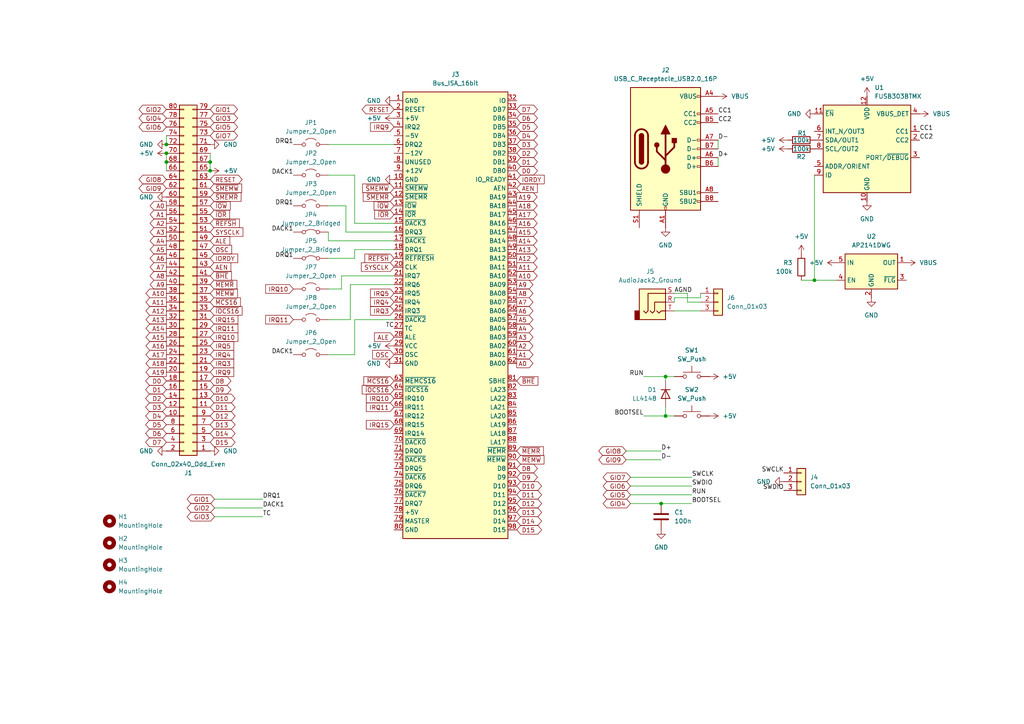
<source format=kicad_sch>
(kicad_sch (version 20231120) (generator "eeschema") (generator_version "8.0")
  (paper "A4")
  (junction (at 236.22 81.28))
  (junction (at 48.26 44.45))
  (junction (at 60.96 49.53))
  (junction (at 60.96 46.99))
  (junction (at 48.26 46.99))
  (junction (at 193.04 109.22))
  (junction (at 193.04 120.65))
  (junction (at 191.77 146.05))
  (junction (at 48.26 41.91))
  (wire (pts (xy 186.69 109.22) (xy 193.04 109.22)))
  (wire (pts (xy 114.3 67.31) (xy 100.33 67.31)))
  (wire (pts (xy 95.25 83.82) (xy 99.06 83.82)))
  (wire (pts (xy 236.22 81.28) (xy 242.57 81.28)))
  (wire (pts (xy 95.25 102.87) (xy 102.87 102.87)))
  (wire (pts (xy 102.87 50.8) (xy 95.25 50.8)))
  (wire (pts (xy 114.3 72.39) (xy 102.87 72.39)))
  (wire (pts (xy 182.88 138.43) (xy 200.66 138.43)))
  (wire (pts (xy 236.22 50.8) (xy 236.22 81.28)))
  (wire (pts (xy 102.87 72.39) (xy 102.87 74.93)))
  (wire (pts (xy 114.3 69.85) (xy 95.25 69.85)))
  (wire (pts (xy 195.58 86.36) (xy 203.2 86.36)))
  (wire (pts (xy 102.87 102.87) (xy 102.87 92.71)))
  (wire (pts (xy 102.87 92.71) (xy 114.3 92.71)))
  (wire (pts (xy 114.3 64.77) (xy 102.87 64.77)))
  (wire (pts (xy 182.88 143.51) (xy 200.66 143.51)))
  (wire (pts (xy 102.87 64.77) (xy 102.87 50.8)))
  (wire (pts (xy 100.33 67.31) (xy 100.33 59.69)))
  (wire (pts (xy 193.04 109.22) (xy 195.58 109.22)))
  (wire (pts (xy 95.25 69.85) (xy 95.25 67.31)))
  (wire (pts (xy 95.25 74.93) (xy 102.87 74.93)))
  (wire (pts (xy 195.58 90.17) (xy 203.2 90.17)))
  (wire (pts (xy 191.77 146.05) (xy 200.66 146.05)))
  (wire (pts (xy 199.39 85.09) (xy 199.39 87.63)))
  (wire (pts (xy 48.26 44.45) (xy 48.26 46.99)))
  (wire (pts (xy 195.58 85.09) (xy 199.39 85.09)))
  (wire (pts (xy 181.61 133.35) (xy 191.77 133.35)))
  (wire (pts (xy 99.06 80.01) (xy 114.3 80.01)))
  (wire (pts (xy 101.6 82.55) (xy 114.3 82.55)))
  (wire (pts (xy 208.28 40.64) (xy 208.28 43.18)))
  (wire (pts (xy 182.88 140.97) (xy 200.66 140.97)))
  (wire (pts (xy 199.39 87.63) (xy 203.2 87.63)))
  (wire (pts (xy 99.06 83.82) (xy 99.06 80.01)))
  (wire (pts (xy 193.04 118.11) (xy 193.04 120.65)))
  (wire (pts (xy 95.25 92.71) (xy 101.6 92.71)))
  (wire (pts (xy 181.61 130.81) (xy 191.77 130.81)))
  (wire (pts (xy 208.28 45.72) (xy 208.28 48.26)))
  (wire (pts (xy 62.23 149.86) (xy 76.2 149.86)))
  (wire (pts (xy 193.04 109.22) (xy 193.04 110.49)))
  (wire (pts (xy 60.96 44.45) (xy 60.96 46.99)))
  (wire (pts (xy 48.26 39.37) (xy 48.26 41.91)))
  (wire (pts (xy 182.88 146.05) (xy 191.77 146.05)))
  (wire (pts (xy 195.58 87.63) (xy 195.58 86.36)))
  (wire (pts (xy 95.25 41.91) (xy 114.3 41.91)))
  (wire (pts (xy 186.69 120.65) (xy 193.04 120.65)))
  (wire (pts (xy 101.6 92.71) (xy 101.6 82.55)))
  (wire (pts (xy 62.23 147.32) (xy 76.2 147.32)))
  (wire (pts (xy 62.23 144.78) (xy 76.2 144.78)))
  (wire (pts (xy 193.04 120.65) (xy 195.58 120.65)))
  (wire (pts (xy 100.33 59.69) (xy 95.25 59.69)))
  (wire (pts (xy 203.2 86.36) (xy 203.2 85.09)))
  (wire (pts (xy 60.96 46.99) (xy 60.96 49.53)))
  (wire (pts (xy 232.41 81.28) (xy 236.22 81.28)))
  (wire (pts (xy 48.26 46.99) (xy 48.26 49.53)))
  (label "SWDIO" (at 200.66 140.97 0))
  (label "CC1" (at 266.7 38.1 0))
  (label "DRQ1" (at 76.2 144.78 0))
  (label "DRQ1" (at 85.09 41.91 180))
  (label "DRQ1" (at 85.09 59.69 180))
  (label "D-" (at 208.28 40.64 0))
  (label "RUN" (at 186.69 109.22 180))
  (label "RUN" (at 200.66 143.51 0))
  (label "AGND" (at 195.58 85.09 0))
  (label "DACK1" (at 85.09 67.31 180))
  (label "SWDIO" (at 227.33 142.24 180))
  (label "D+" (at 191.77 130.81 0))
  (label "TC" (at 114.3 95.25 180))
  (label "BOOTSEL" (at 200.66 146.05 0))
  (label "CC2" (at 208.28 35.56 0))
  (label "BOOTSEL" (at 186.69 120.65 180))
  (label "SWCLK" (at 227.33 137.16 180))
  (label "DACK1" (at 85.09 50.8 180))
  (label "TC" (at 76.2 149.86 0))
  (label "SWCLK" (at 200.66 138.43 0))
  (label "D+" (at 208.28 45.72 0))
  (label "DRQ1" (at 85.09 74.93 180))
  (label "DACK1" (at 76.2 147.32 0))
  (label "DACK1" (at 85.09 102.87 180))
  (label "D-" (at 191.77 133.35 0))
  (label "CC1" (at 208.28 33.02 0))
  (label "CC2" (at 266.7 40.64 0))
  (global_label "~{IOR}" (shape input) (at 114.3 62.23 180) (property "Intersheetrefs" "${INTERSHEET_REFS}" (effects (hide yes))))
  (global_label "A4" (shape output) (at 48.26 69.85 180) (property "Intersheetrefs" "${INTERSHEET_REFS}" (effects (hide yes))))
  (global_label "IRQ10" (shape input) (at 60.96 97.79 0) (property "Intersheetrefs" "${INTERSHEET_REFS}" (effects (hide yes))))
  (global_label "D8" (shape bidirectional) (at 60.96 110.49 0) (property "Intersheetrefs" "${INTERSHEET_REFS}" (effects (hide yes))))
  (global_label "GIO7" (shape bidirectional) (at 60.96 39.37 0) (property "Intersheetrefs" "${INTERSHEET_REFS}" (effects (hide yes))))
  (global_label "A12" (shape output) (at 149.86 74.93 0) (property "Intersheetrefs" "${INTERSHEET_REFS}" (effects (hide yes))))
  (global_label "ALE" (shape input) (at 114.3 97.79 180) (property "Intersheetrefs" "${INTERSHEET_REFS}" (effects (hide yes))))
  (global_label "D9" (shape bidirectional) (at 60.96 113.03 0) (property "Intersheetrefs" "${INTERSHEET_REFS}" (effects (hide yes))))
  (global_label "A7" (shape output) (at 48.26 77.47 180) (property "Intersheetrefs" "${INTERSHEET_REFS}" (effects (hide yes))))
  (global_label "IORDY" (shape input) (at 60.96 74.93 0) (property "Intersheetrefs" "${INTERSHEET_REFS}" (effects (hide yes))))
  (global_label "AEN" (shape input) (at 60.96 77.47 0) (property "Intersheetrefs" "${INTERSHEET_REFS}" (effects (hide yes))))
  (global_label "A1" (shape output) (at 48.26 62.23 180) (property "Intersheetrefs" "${INTERSHEET_REFS}" (effects (hide yes))))
  (global_label "A5" (shape output) (at 149.86 92.71 0) (property "Intersheetrefs" "${INTERSHEET_REFS}" (effects (hide yes))))
  (global_label "IORDY" (shape input) (at 149.86 52.07 0) (property "Intersheetrefs" "${INTERSHEET_REFS}" (effects (hide yes))))
  (global_label "D15" (shape bidirectional) (at 149.86 153.67 0) (property "Intersheetrefs" "${INTERSHEET_REFS}" (effects (hide yes))))
  (global_label "D10" (shape bidirectional) (at 60.96 115.57 0) (property "Intersheetrefs" "${INTERSHEET_REFS}" (effects (hide yes))))
  (global_label "GIO4" (shape bidirectional) (at 182.88 146.05 180) (property "Intersheetrefs" "${INTERSHEET_REFS}" (effects (hide yes))))
  (global_label "D1" (shape bidirectional) (at 149.86 46.99 0) (property "Intersheetrefs" "${INTERSHEET_REFS}" (effects (hide yes))))
  (global_label "A19" (shape output) (at 48.26 107.95 180) (property "Intersheetrefs" "${INTERSHEET_REFS}" (effects (hide yes))))
  (global_label "D0" (shape bidirectional) (at 149.86 49.53 0) (property "Intersheetrefs" "${INTERSHEET_REFS}" (effects (hide yes))))
  (global_label "GIO6" (shape bidirectional) (at 182.88 140.97 180) (property "Intersheetrefs" "${INTERSHEET_REFS}" (effects (hide yes))))
  (global_label "IRQ10" (shape input) (at 114.3 115.57 180) (property "Intersheetrefs" "${INTERSHEET_REFS}" (effects (hide yes))))
  (global_label "GIO9" (shape bidirectional) (at 48.26 54.61 180) (property "Intersheetrefs" "${INTERSHEET_REFS}" (effects (hide yes))))
  (global_label "GIO5" (shape bidirectional) (at 60.96 36.83 0) (property "Intersheetrefs" "${INTERSHEET_REFS}" (effects (hide yes))))
  (global_label "~{IOCS16}" (shape input) (at 114.3 113.03 180) (property "Intersheetrefs" "${INTERSHEET_REFS}" (effects (hide yes))))
  (global_label "D12" (shape bidirectional) (at 60.96 120.65 0) (property "Intersheetrefs" "${INTERSHEET_REFS}" (effects (hide yes))))
  (global_label "GIO8" (shape bidirectional) (at 181.61 130.81 180) (property "Intersheetrefs" "${INTERSHEET_REFS}" (effects (hide yes))))
  (global_label "A13" (shape output) (at 149.86 72.39 0) (property "Intersheetrefs" "${INTERSHEET_REFS}" (effects (hide yes))))
  (global_label "~{IOW}" (shape input) (at 60.96 59.69 0) (property "Intersheetrefs" "${INTERSHEET_REFS}" (effects (hide yes))))
  (global_label "A12" (shape output) (at 48.26 90.17 180) (property "Intersheetrefs" "${INTERSHEET_REFS}" (effects (hide yes))))
  (global_label "~{MCS16}" (shape input) (at 60.96 87.63 0) (property "Intersheetrefs" "${INTERSHEET_REFS}" (effects (hide yes))))
  (global_label "A2" (shape output) (at 149.86 100.33 0) (property "Intersheetrefs" "${INTERSHEET_REFS}" (effects (hide yes))))
  (global_label "D3" (shape bidirectional) (at 48.26 118.11 180) (property "Intersheetrefs" "${INTERSHEET_REFS}" (effects (hide yes))))
  (global_label "A0" (shape output) (at 149.86 105.41 0) (property "Intersheetrefs" "${INTERSHEET_REFS}" (effects (hide yes))))
  (global_label "~{MEMW}" (shape input) (at 60.96 85.09 0) (property "Intersheetrefs" "${INTERSHEET_REFS}" (effects (hide yes))))
  (global_label "IRQ11" (shape input) (at 85.09 92.71 180) (property "Intersheetrefs" "${INTERSHEET_REFS}" (effects (hide yes))))
  (global_label "A3" (shape output) (at 48.26 67.31 180) (property "Intersheetrefs" "${INTERSHEET_REFS}" (effects (hide yes))))
  (global_label "A16" (shape output) (at 48.26 100.33 180) (property "Intersheetrefs" "${INTERSHEET_REFS}" (effects (hide yes))))
  (global_label "A16" (shape output) (at 149.86 64.77 0) (property "Intersheetrefs" "${INTERSHEET_REFS}" (effects (hide yes))))
  (global_label "GIO8" (shape bidirectional) (at 48.26 52.07 180) (property "Intersheetrefs" "${INTERSHEET_REFS}" (effects (hide yes))))
  (global_label "A2" (shape output) (at 48.26 64.77 180) (property "Intersheetrefs" "${INTERSHEET_REFS}" (effects (hide yes))))
  (global_label "D14" (shape bidirectional) (at 60.96 125.73 0) (property "Intersheetrefs" "${INTERSHEET_REFS}" (effects (hide yes))))
  (global_label "IRQ5" (shape input) (at 114.3 85.09 180) (property "Intersheetrefs" "${INTERSHEET_REFS}" (effects (hide yes))))
  (global_label "GIO2" (shape bidirectional) (at 48.26 31.75 180) (property "Intersheetrefs" "${INTERSHEET_REFS}" (effects (hide yes))))
  (global_label "~{REFSH}" (shape input) (at 114.3 74.93 180) (property "Intersheetrefs" "${INTERSHEET_REFS}" (effects (hide yes))))
  (global_label "GIO2" (shape bidirectional) (at 62.23 147.32 180) (property "Intersheetrefs" "${INTERSHEET_REFS}" (effects (hide yes))))
  (global_label "A4" (shape output) (at 149.86 95.25 0) (property "Intersheetrefs" "${INTERSHEET_REFS}" (effects (hide yes))))
  (global_label "GIO6" (shape bidirectional) (at 48.26 36.83 180) (property "Intersheetrefs" "${INTERSHEET_REFS}" (effects (hide yes))))
  (global_label "~{REFSH}" (shape input) (at 60.96 64.77 0) (property "Intersheetrefs" "${INTERSHEET_REFS}" (effects (hide yes))))
  (global_label "D4" (shape bidirectional) (at 48.26 120.65 180) (property "Intersheetrefs" "${INTERSHEET_REFS}" (effects (hide yes))))
  (global_label "D5" (shape bidirectional) (at 48.26 123.19 180) (property "Intersheetrefs" "${INTERSHEET_REFS}" (effects (hide yes))))
  (global_label "GIO1" (shape bidirectional) (at 62.23 144.78 180) (property "Intersheetrefs" "${INTERSHEET_REFS}" (effects (hide yes))))
  (global_label "A8" (shape output) (at 48.26 80.01 180) (property "Intersheetrefs" "${INTERSHEET_REFS}" (effects (hide yes))))
  (global_label "IRQ4" (shape input) (at 60.96 102.87 0) (property "Intersheetrefs" "${INTERSHEET_REFS}" (effects (hide yes))))
  (global_label "IRQ3" (shape input) (at 114.3 90.17 180) (property "Intersheetrefs" "${INTERSHEET_REFS}" (effects (hide yes))))
  (global_label "~{SMEMW}" (shape input) (at 60.96 54.61 0) (property "Intersheetrefs" "${INTERSHEET_REFS}" (effects (hide yes))))
  (global_label "IRQ11" (shape input) (at 114.3 118.11 180) (property "Intersheetrefs" "${INTERSHEET_REFS}" (effects (hide yes))))
  (global_label "D3" (shape bidirectional) (at 149.86 41.91 0) (property "Intersheetrefs" "${INTERSHEET_REFS}" (effects (hide yes))))
  (global_label "A18" (shape output) (at 48.26 105.41 180) (property "Intersheetrefs" "${INTERSHEET_REFS}" (effects (hide yes))))
  (global_label "D12" (shape bidirectional) (at 149.86 146.05 0) (property "Intersheetrefs" "${INTERSHEET_REFS}" (effects (hide yes))))
  (global_label "A5" (shape output) (at 48.26 72.39 180) (property "Intersheetrefs" "${INTERSHEET_REFS}" (effects (hide yes))))
  (global_label "A15" (shape output) (at 149.86 67.31 0) (property "Intersheetrefs" "${INTERSHEET_REFS}" (effects (hide yes))))
  (global_label "GIO1" (shape bidirectional) (at 60.96 31.75 0) (property "Intersheetrefs" "${INTERSHEET_REFS}" (effects (hide yes))))
  (global_label "IRQ5" (shape input) (at 60.96 100.33 0) (property "Intersheetrefs" "${INTERSHEET_REFS}" (effects (hide yes))))
  (global_label "D13" (shape bidirectional) (at 149.86 148.59 0) (property "Intersheetrefs" "${INTERSHEET_REFS}" (effects (hide yes))))
  (global_label "SYSCLK" (shape input) (at 60.96 67.31 0) (property "Intersheetrefs" "${INTERSHEET_REFS}" (effects (hide yes))))
  (global_label "GIO3" (shape bidirectional) (at 62.23 149.86 180) (property "Intersheetrefs" "${INTERSHEET_REFS}" (effects (hide yes))))
  (global_label "D4" (shape bidirectional) (at 149.86 39.37 0) (property "Intersheetrefs" "${INTERSHEET_REFS}" (effects (hide yes))))
  (global_label "D6" (shape bidirectional) (at 48.26 125.73 180) (property "Intersheetrefs" "${INTERSHEET_REFS}" (effects (hide yes))))
  (global_label "~{MEMW}" (shape input) (at 149.86 133.35 0) (property "Intersheetrefs" "${INTERSHEET_REFS}" (effects (hide yes))))
  (global_label "A3" (shape output) (at 149.86 97.79 0) (property "Intersheetrefs" "${INTERSHEET_REFS}" (effects (hide yes))))
  (global_label "D14" (shape bidirectional) (at 149.86 151.13 0) (property "Intersheetrefs" "${INTERSHEET_REFS}" (effects (hide yes))))
  (global_label "~{IOCS16}" (shape input) (at 60.96 90.17 0) (property "Intersheetrefs" "${INTERSHEET_REFS}" (effects (hide yes))))
  (global_label "IRQ10" (shape input) (at 85.09 83.82 180) (property "Intersheetrefs" "${INTERSHEET_REFS}" (effects (hide yes))))
  (global_label "~{IOW}" (shape input) (at 114.3 59.69 180) (property "Intersheetrefs" "${INTERSHEET_REFS}" (effects (hide yes))))
  (global_label "GIO5" (shape bidirectional) (at 182.88 143.51 180) (property "Intersheetrefs" "${INTERSHEET_REFS}" (effects (hide yes))))
  (global_label "D11" (shape bidirectional) (at 60.96 118.11 0) (property "Intersheetrefs" "${INTERSHEET_REFS}" (effects (hide yes))))
  (global_label "A19" (shape output) (at 149.86 57.15 0) (property "Intersheetrefs" "${INTERSHEET_REFS}" (effects (hide yes))))
  (global_label "D9" (shape bidirectional) (at 149.86 138.43 0) (property "Intersheetrefs" "${INTERSHEET_REFS}" (effects (hide yes))))
  (global_label "~{MEMR}" (shape input) (at 60.96 82.55 0) (property "Intersheetrefs" "${INTERSHEET_REFS}" (effects (hide yes))))
  (global_label "AEN" (shape input) (at 149.86 54.61 0) (property "Intersheetrefs" "${INTERSHEET_REFS}" (effects (hide yes))))
  (global_label "A0" (shape output) (at 48.26 59.69 180) (property "Intersheetrefs" "${INTERSHEET_REFS}" (effects (hide yes))))
  (global_label "D11" (shape bidirectional) (at 149.86 143.51 0) (property "Intersheetrefs" "${INTERSHEET_REFS}" (effects (hide yes))))
  (global_label "D13" (shape bidirectional) (at 60.96 123.19 0) (property "Intersheetrefs" "${INTERSHEET_REFS}" (effects (hide yes))))
  (global_label "IRQ3" (shape input) (at 60.96 105.41 0) (property "Intersheetrefs" "${INTERSHEET_REFS}" (effects (hide yes))))
  (global_label "A10" (shape output) (at 48.26 85.09 180) (property "Intersheetrefs" "${INTERSHEET_REFS}" (effects (hide yes))))
  (global_label "D7" (shape bidirectional) (at 48.26 128.27 180) (property "Intersheetrefs" "${INTERSHEET_REFS}" (effects (hide yes))))
  (global_label "A7" (shape output) (at 149.86 87.63 0) (property "Intersheetrefs" "${INTERSHEET_REFS}" (effects (hide yes))))
  (global_label "A11" (shape output) (at 48.26 87.63 180) (property "Intersheetrefs" "${INTERSHEET_REFS}" (effects (hide yes))))
  (global_label "D2" (shape bidirectional) (at 149.86 44.45 0) (property "Intersheetrefs" "${INTERSHEET_REFS}" (effects (hide yes))))
  (global_label "GIO3" (shape bidirectional) (at 60.96 34.29 0) (property "Intersheetrefs" "${INTERSHEET_REFS}" (effects (hide yes))))
  (global_label "A9" (shape output) (at 48.26 82.55 180) (property "Intersheetrefs" "${INTERSHEET_REFS}" (effects (hide yes))))
  (global_label "SYSCLK" (shape input) (at 114.3 77.47 180) (property "Intersheetrefs" "${INTERSHEET_REFS}" (effects (hide yes))))
  (global_label "GIO7" (shape bidirectional) (at 182.88 138.43 180) (property "Intersheetrefs" "${INTERSHEET_REFS}" (effects (hide yes))))
  (global_label "IRQ11" (shape input) (at 60.96 95.25 0) (property "Intersheetrefs" "${INTERSHEET_REFS}" (effects (hide yes))))
  (global_label "A14" (shape output) (at 149.86 69.85 0) (property "Intersheetrefs" "${INTERSHEET_REFS}" (effects (hide yes))))
  (global_label "D8" (shape bidirectional) (at 149.86 135.89 0) (property "Intersheetrefs" "${INTERSHEET_REFS}" (effects (hide yes))))
  (global_label "A6" (shape output) (at 149.86 90.17 0) (property "Intersheetrefs" "${INTERSHEET_REFS}" (effects (hide yes))))
  (global_label "IRQ15" (shape input) (at 114.3 123.19 180) (property "Intersheetrefs" "${INTERSHEET_REFS}" (effects (hide yes))))
  (global_label "~{MEMR}" (shape input) (at 149.86 130.81 0) (property "Intersheetrefs" "${INTERSHEET_REFS}" (effects (hide yes))))
  (global_label "A14" (shape output) (at 48.26 95.25 180) (property "Intersheetrefs" "${INTERSHEET_REFS}" (effects (hide yes))))
  (global_label "OSC" (shape input) (at 60.96 72.39 0) (property "Intersheetrefs" "${INTERSHEET_REFS}" (effects (hide yes))))
  (global_label "D5" (shape bidirectional) (at 149.86 36.83 0) (property "Intersheetrefs" "${INTERSHEET_REFS}" (effects (hide yes))))
  (global_label "~{BHE}" (shape input) (at 60.96 80.01 0) (property "Intersheetrefs" "${INTERSHEET_REFS}" (effects (hide yes))))
  (global_label "A17" (shape output) (at 149.86 62.23 0) (property "Intersheetrefs" "${INTERSHEET_REFS}" (effects (hide yes))))
  (global_label "A11" (shape output) (at 149.86 77.47 0) (property "Intersheetrefs" "${INTERSHEET_REFS}" (effects (hide yes))))
  (global_label "~{BHE}" (shape input) (at 149.86 110.49 0) (property "Intersheetrefs" "${INTERSHEET_REFS}" (effects (hide yes))))
  (global_label "A1" (shape output) (at 149.86 102.87 0) (property "Intersheetrefs" "${INTERSHEET_REFS}" (effects (hide yes))))
  (global_label "~{MCS16}" (shape input) (at 114.3 110.49 180) (property "Intersheetrefs" "${INTERSHEET_REFS}" (effects (hide yes))))
  (global_label "IRQ15" (shape input) (at 60.96 92.71 0) (property "Intersheetrefs" "${INTERSHEET_REFS}" (effects (hide yes))))
  (global_label "IRQ9" (shape input) (at 114.3 36.83 180) (property "Intersheetrefs" "${INTERSHEET_REFS}" (effects (hide yes))))
  (global_label "IRQ9" (shape input) (at 60.96 107.95 0) (property "Intersheetrefs" "${INTERSHEET_REFS}" (effects (hide yes))))
  (global_label "GIO9" (shape bidirectional) (at 181.61 133.35 180) (property "Intersheetrefs" "${INTERSHEET_REFS}" (effects (hide yes))))
  (global_label "A10" (shape output) (at 149.86 80.01 0) (property "Intersheetrefs" "${INTERSHEET_REFS}" (effects (hide yes))))
  (global_label "RESET" (shape bidirectional) (at 114.3 31.75 180) (property "Intersheetrefs" "${INTERSHEET_REFS}" (effects (hide yes))))
  (global_label "D7" (shape bidirectional) (at 149.86 31.75 0) (property "Intersheetrefs" "${INTERSHEET_REFS}" (effects (hide yes))))
  (global_label "~{SMEMR}" (shape input) (at 60.96 57.15 0) (property "Intersheetrefs" "${INTERSHEET_REFS}" (effects (hide yes))))
  (global_label "~{IOR}" (shape input) (at 60.96 62.23 0) (property "Intersheetrefs" "${INTERSHEET_REFS}" (effects (hide yes))))
  (global_label "IRQ4" (shape input) (at 114.3 87.63 180) (property "Intersheetrefs" "${INTERSHEET_REFS}" (effects (hide yes))))
  (global_label "~{SMEMW}" (shape input) (at 114.3 54.61 180) (property "Intersheetrefs" "${INTERSHEET_REFS}" (effects (hide yes))))
  (global_label "D10" (shape bidirectional) (at 149.86 140.97 0) (property "Intersheetrefs" "${INTERSHEET_REFS}" (effects (hide yes))))
  (global_label "D6" (shape bidirectional) (at 149.86 34.29 0) (property "Intersheetrefs" "${INTERSHEET_REFS}" (effects (hide yes))))
  (global_label "D1" (shape bidirectional) (at 48.26 113.03 180) (property "Intersheetrefs" "${INTERSHEET_REFS}" (effects (hide yes))))
  (global_label "ALE" (shape input) (at 60.96 69.85 0) (property "Intersheetrefs" "${INTERSHEET_REFS}" (effects (hide yes))))
  (global_label "A15" (shape output) (at 48.26 97.79 180) (property "Intersheetrefs" "${INTERSHEET_REFS}" (effects (hide yes))))
  (global_label "A18" (shape output) (at 149.86 59.69 0) (property "Intersheetrefs" "${INTERSHEET_REFS}" (effects (hide yes))))
  (global_label "RESET" (shape bidirectional) (at 60.96 52.07 0) (property "Intersheetrefs" "${INTERSHEET_REFS}" (effects (hide yes))))
  (global_label "A13" (shape output) (at 48.26 92.71 180) (property "Intersheetrefs" "${INTERSHEET_REFS}" (effects (hide yes))))
  (global_label "~{SMEMR}" (shape input) (at 114.3 57.15 180) (property "Intersheetrefs" "${INTERSHEET_REFS}" (effects (hide yes))))
  (global_label "GIO4" (shape bidirectional) (at 48.26 34.29 180) (property "Intersheetrefs" "${INTERSHEET_REFS}" (effects (hide yes))))
  (global_label "D2" (shape bidirectional) (at 48.26 115.57 180) (property "Intersheetrefs" "${INTERSHEET_REFS}" (effects (hide yes))))
  (global_label "A6" (shape output) (at 48.26 74.93 180) (property "Intersheetrefs" "${INTERSHEET_REFS}" (effects (hide yes))))
  (global_label "OSC" (shape input) (at 114.3 102.87 180) (property "Intersheetrefs" "${INTERSHEET_REFS}" (effects (hide yes))))
  (global_label "A9" (shape output) (at 149.86 82.55 0) (property "Intersheetrefs" "${INTERSHEET_REFS}" (effects (hide yes))))
  (global_label "D0" (shape bidirectional) (at 48.26 110.49 180) (property "Intersheetrefs" "${INTERSHEET_REFS}" (effects (hide yes))))
  (global_label "A17" (shape output) (at 48.26 102.87 180) (property "Intersheetrefs" "${INTERSHEET_REFS}" (effects (hide yes))))
  (global_label "A8" (shape output) (at 149.86 85.09 0) (property "Intersheetrefs" "${INTERSHEET_REFS}" (effects (hide yes))))
  (global_label "D15" (shape bidirectional) (at 60.96 128.27 0) (property "Intersheetrefs" "${INTERSHEET_REFS}" (effects (hide yes))))
  (symbol (lib_id "Jumper:Jumper_2_Open") (at 90.17 92.71 0) (unit 1) (exclude_from_sim yes)
    (property "Reference" "JP8" (at 90.17 86.36 0))
    (property "Value" "Jumper_2_Open" (at 90.17 88.9 0))
    (property "Footprint" "Jumper:SolderJumper-2_P1.3mm_Open_TrianglePad1.0x1.5mm" (effects (hide yes)))
    (property "Description" "Jumper, 2-pole, open" (effects (hide yes)))
  )
  (symbol (lib_id "power:+5V") (at 242.57 76.2 90) (unit 1)
    (property "Reference" "#PWR012" (effects (hide yes)))
    (property "Value" "+5V" (at 238.76 76.1999 90) (effects (justify left)))
    (property "Description" "Power symbol creates a global label with name \"+5V\"" (effects (hide yes)))
  )
  (symbol (lib_id "Jumper:Jumper_2_Open") (at 90.17 59.69 0) (mirror y) (unit 1) (exclude_from_sim yes)
    (property "Reference" "JP3" (at 90.17 53.34 0))
    (property "Value" "Jumper_2_Open" (at 90.17 55.88 0))
    (property "Footprint" "Connector_PinHeader_2.54mm:PinHeader_2x01_P2.54mm_Vertical" (effects (hide yes)))
    (property "Description" "Jumper, 2-pole, open" (effects (hide yes)))
  )
  (symbol (lib_id "Interface_USB:FUSB303BTMX") (at 251.46 43.18 0) (unit 1)
    (property "Reference" "U1" (at 253.6541 25.4 0) (effects (justify left)))
    (property "Value" "FUSB303BTMX" (at 253.6541 27.94 0) (effects (justify left)))
    (property "Footprint" "Package_DFN_QFN:Texas_X2QFN-12_1.6x1.6mm_P0.4mm" (effects (hide yes)))
    (property "Datasheet" "https://www.onsemi.com/pdf/datasheet/fusb303b-d.pdf" (effects (hide yes)))
    (property "Description" "USB Type-C port controller with I2C and GPIO control, X2QFN-12" (effects (hide yes)))
  )
  (symbol (lib_id "power:+5V") (at 228.6 43.18 90) (unit 1)
    (property "Reference" "#PWR013" (effects (hide yes)))
    (property "Value" "+5V" (at 224.79 43.1799 90) (effects (justify left)))
    (property "Description" "Power symbol creates a global label with name \"+5V\"" (effects (hide yes)))
  )
  (symbol (lib_id "power:GND") (at 236.22 33.02 270) (unit 1)
    (property "Reference" "#PWR010" (effects (hide yes)))
    (property "Value" "GND" (at 232.41 33.0199 90) (effects (justify right)))
    (property "Description" "Power symbol creates a global label with name \"GND\" , ground" (effects (hide yes)))
  )
  (symbol (lib_id "Connector_Generic:Conn_01x03") (at 232.41 139.7 0) (unit 1)
    (property "Reference" "J4" (at 234.95 138.4299 0) (effects (justify left)))
    (property "Value" "Conn_01x03" (at 234.95 140.9699 0) (effects (justify left)))
    (property "Footprint" "Connector_PinHeader_2.54mm:PinHeader_1x03_P2.54mm_Vertical" (effects (hide yes)))
    (property "Description" "Generic connector, single row, 01x03, script generated (kicad-library-utils/schlib/autogen/connector/)" (effects (hide yes)))
  )
  (symbol (lib_id "power:VBUS") (at 266.7 33.02 270) (unit 1)
    (property "Reference" "#PWR019" (effects (hide yes)))
    (property "Value" "VBUS" (at 270.51 33.0199 90) (effects (justify left)))
    (property "Description" "Power symbol creates a global label with name \"VBUS\"" (effects (hide yes)))
  )
  (symbol (lib_id "Jumper:Jumper_2_Open") (at 90.17 41.91 0) (unit 1) (exclude_from_sim yes)
    (property "Reference" "JP1" (at 90.17 35.56 0))
    (property "Value" "Jumper_2_Open" (at 90.17 38.1 0))
    (property "Footprint" "Connector_PinHeader_2.54mm:PinHeader_2x01_P2.54mm_Vertical" (effects (hide yes)))
    (property "Description" "Jumper, 2-pole, open" (effects (hide yes)))
  )
  (symbol (lib_id "Device:R") (at 232.41 40.64 90) (unit 1)
    (property "Reference" "R1" (at 232.664 38.608 90))
    (property "Value" "100k" (at 232.41 40.64 90))
    (property "Footprint" "Resistor_SMD:R_0402_1005Metric" (effects (hide yes)))
    (property "Description" "Resistor" (effects (hide yes)))
  )
  (symbol (lib_id "power:GND") (at 191.77 153.67 0) (unit 1)
    (property "Reference" "#PWR020" (effects (hide yes)))
    (property "Value" "GND" (at 191.77 158.75 0))
    (property "Description" "Power symbol creates a global label with name \"GND\" , ground" (effects (hide yes)))
  )
  (symbol (lib_id "power:+5V") (at 205.74 109.22 270) (unit 1)
    (property "Reference" "#PWR021" (effects (hide yes)))
    (property "Value" "+5V" (at 209.55 109.2199 90) (effects (justify left)))
    (property "Description" "Power symbol creates a global label with name \"+5V\"" (effects (hide yes)))
  )
  (symbol (lib_id "power:+5V") (at 228.6 40.64 90) (unit 1)
    (property "Reference" "#PWR011" (effects (hide yes)))
    (property "Value" "+5V" (at 224.79 40.6399 90) (effects (justify left)))
    (property "Description" "Power symbol creates a global label with name \"+5V\"" (effects (hide yes)))
  )
  (symbol (lib_id "Jumper:Jumper_2_Bridged") (at 90.17 74.93 0) (unit 1) (exclude_from_sim yes)
    (property "Reference" "JP5" (at 90.17 69.85 0))
    (property "Value" "Jumper_2_Bridged" (at 90.17 72.39 0))
    (property "Footprint" "Connector_PinHeader_2.54mm:PinHeader_2x01_P2.54mm_Vertical" (effects (hide yes)))
    (property "Description" "Jumper, 2-pole, closed/bridged" (effects (hide yes)))
  )
  (symbol (lib_id "Connector_Generic:Conn_01x03") (at 208.28 87.63 0) (unit 1)
    (property "Reference" "J6" (at 210.82 86.3599 0) (effects (justify left)))
    (property "Value" "Conn_01x03" (at 210.82 88.8999 0) (effects (justify left)))
    (property "Footprint" "Connector_Molex:Molex_PicoBlade_53261-0371_1x03-1MP_P1.25mm_Horizontal" (effects (hide yes)))
    (property "Description" "Generic connector, single row, 01x03, script generated (kicad-library-utils/schlib/autogen/connector/)" (effects (hide yes)))
  )
  (symbol (lib_id "Connector_Audio:AudioJack3") (at 190.5 87.63 0) (unit 1)
    (property "Reference" "J5" (at 188.595 78.74 0))
    (property "Value" "AudioJack2_Ground" (at 188.595 81.28 0))
    (property "Footprint" "Connector_Audio:Jack_3.5mm_CUI_SJ1-3523N_Horizontal" (effects (hide yes)))
    (property "Description" "Audio Jack, 3 Poles (Stereo / TRS)" (effects (hide yes)))
  )
  (symbol (lib_id "Mechanical:MountingHole") (at 31.75 170.18 0) (unit 1) (exclude_from_sim yes) (in_bom no)
    (property "Reference" "H4" (at 34.29 168.9099 0) (effects (justify left)))
    (property "Value" "MountingHole" (at 34.29 171.4499 0) (effects (justify left)))
    (property "Footprint" "MountingHole:MountingHole_2.7mm_M2.5_ISO14580_Pad" (effects (hide yes)))
    (property "Description" "Mounting Hole without connection" (effects (hide yes)))
  )
  (symbol (lib_id "Switch:SW_Push") (at 200.66 120.65 0) (unit 1)
    (property "Reference" "SW2" (at 200.66 113.03 0))
    (property "Value" "SW_Push" (at 200.66 115.57 0))
    (property "Footprint" "Button_Switch_THT:SW_Tactile_SKHH_Angled" (effects (hide yes)))
    (property "Description" "Push button switch, generic, two pins" (effects (hide yes)))
  )
  (symbol (lib_id "power:+5V") (at 48.26 44.45 90) (unit 1)
    (property "Reference" "#PWR02" (effects (hide yes)))
    (property "Value" "+5V" (at 44.45 44.4499 90) (effects (justify left)))
    (property "Description" "Power symbol creates a global label with name \"+5V\"" (effects (hide yes)))
  )
  (symbol (lib_id "power:GND") (at 114.3 29.21 270) (unit 1)
    (property "Reference" "#PWR027" (effects (hide yes)))
    (property "Value" "GND" (at 110.49 29.2099 90) (effects (justify right)))
    (property "Description" "Power symbol creates a global label with name \"GND\" , ground" (effects (hide yes)))
  )
  (symbol (lib_id "power:GND") (at 252.73 86.36 0) (unit 1)
    (property "Reference" "#PWR015" (effects (hide yes)))
    (property "Value" "GND" (at 252.73 91.44 0))
    (property "Description" "Power symbol creates a global label with name \"GND\" , ground" (effects (hide yes)))
  )
  (symbol (lib_id "Switch:SW_Push") (at 200.66 109.22 0) (unit 1)
    (property "Reference" "SW1" (at 200.66 101.6 0))
    (property "Value" "SW_Push" (at 200.66 104.14 0))
    (property "Footprint" "Button_Switch_THT:SW_Tactile_SKHH_Angled" (effects (hide yes)))
    (property "Description" "Push button switch, generic, two pins" (effects (hide yes)))
  )
  (symbol (lib_id "Device:R") (at 232.41 43.18 90) (unit 1)
    (property "Reference" "R2" (at 232.41 45.466 90))
    (property "Value" "100k" (at 232.41 43.18 90))
    (property "Footprint" "Resistor_SMD:R_0402_1005Metric" (effects (hide yes)))
    (property "Description" "Resistor" (effects (hide yes)))
  )
  (symbol (lib_id "power:VBUS") (at 208.28 27.94 270) (unit 1)
    (property "Reference" "#PWR017" (effects (hide yes)))
    (property "Value" "VBUS" (at 212.09 27.9399 90) (effects (justify left)))
    (property "Description" "Power symbol creates a global label with name \"VBUS\"" (effects (hide yes)))
  )
  (symbol (lib_id "power:GND") (at 227.33 139.7 270) (unit 1)
    (property "Reference" "#PWR025" (effects (hide yes)))
    (property "Value" "GND" (at 223.52 139.6999 90) (effects (justify right)))
    (property "Description" "Power symbol creates a global label with name \"GND\" , ground" (effects (hide yes)))
  )
  (symbol (lib_id "power:+5V") (at 205.74 120.65 270) (unit 1)
    (property "Reference" "#PWR022" (effects (hide yes)))
    (property "Value" "+5V" (at 209.55 120.6499 90) (effects (justify left)))
    (property "Description" "Power symbol creates a global label with name \"+5V\"" (effects (hide yes)))
  )
  (symbol (lib_id "power:GND") (at 114.3 105.41 270) (unit 1)
    (property "Reference" "#PWR024" (effects (hide yes)))
    (property "Value" "GND" (at 110.49 105.4099 90) (effects (justify right)))
    (property "Description" "Power symbol creates a global label with name \"GND\" , ground" (effects (hide yes)))
  )
  (symbol (lib_id "Jumper:Jumper_2_Open") (at 90.17 102.87 0) (unit 1) (exclude_from_sim yes)
    (property "Reference" "JP6" (at 90.17 96.52 0))
    (property "Value" "Jumper_2_Open" (at 90.17 99.06 0))
    (property "Footprint" "Connector_PinHeader_2.54mm:PinHeader_2x01_P2.54mm_Vertical" (effects (hide yes)))
    (property "Description" "Jumper, 2-pole, open" (effects (hide yes)))
  )
  (symbol (lib_id "power:+5V") (at 60.96 49.53 270) (unit 1)
    (property "Reference" "#PWR06" (effects (hide yes)))
    (property "Value" "+5V" (at 64.77 49.5299 90) (effects (justify left)))
    (property "Description" "Power symbol creates a global label with name \"+5V\"" (effects (hide yes)))
  )
  (symbol (lib_id "power:GND") (at 60.96 41.91 90) (unit 1)
    (property "Reference" "#PWR05" (effects (hide yes)))
    (property "Value" "GND" (at 64.77 41.9099 90) (effects (justify right)))
    (property "Description" "Power symbol creates a global label with name \"GND\" , ground" (effects (hide yes)))
  )
  (symbol (lib_id "power:GND") (at 48.26 130.81 270) (unit 1)
    (property "Reference" "#PWR04" (effects (hide yes)))
    (property "Value" "GND" (at 44.45 130.8099 90) (effects (justify right)))
    (property "Description" "Power symbol creates a global label with name \"GND\" , ground" (effects (hide yes)))
  )
  (symbol (lib_id "Jumper:Jumper_2_Open") (at 90.17 83.82 0) (unit 1) (exclude_from_sim yes)
    (property "Reference" "JP7" (at 90.17 77.47 0))
    (property "Value" "Jumper_2_Open" (at 90.17 80.01 0))
    (property "Footprint" "Jumper:SolderJumper-2_P1.3mm_Open_TrianglePad1.0x1.5mm" (effects (hide yes)))
    (property "Description" "Jumper, 2-pole, open" (effects (hide yes)))
  )
  (symbol (lib_id "Power_Management:AP2171W") (at 252.73 78.74 0) (unit 1)
    (property "Reference" "U2" (at 252.73 68.58 0))
    (property "Value" "AP2141DWG" (at 252.73 71.12 0))
    (property "Footprint" "Package_TO_SOT_SMD:SOT-23-5" (effects (hide yes)))
    (property "Description" "Current limited power switch, single channel, SOT-23-5" (effects (hide yes)))
  )
  (symbol (lib_id "Connector_Generic:Conn_02x40_Odd_Even") (at 55.88 82.55 180) (unit 1) (in_bom no)
    (property "Reference" "J1" (at 54.61 137.16 0))
    (property "Value" "Conn_02x40_Odd_Even" (at 54.61 134.62 0))
    (property "Description" "Generic connector, double row, 02x40, odd/even pin numbering scheme (row 1 odd numbers, row 2 even numbers), script generated (kicad-library-utils/schlib/autogen/connector/)" (effects (hide yes)))
  )
  (symbol (lib_id "Connector:Bus_ISA_16bit") (at 132.08 92.71 0) (unit 1)
    (property "Reference" "J3" (at 132.08 21.59 0))
    (property "Value" "Bus_ISA_16bit" (at 132.08 24.13 0))
    (property "Footprint" "Connector_PCBEdge:BUS_AT" (effects (hide yes)))
    (property "Datasheet" "https://en.wikipedia.org/wiki/Industry_Standard_Architecture" (effects (hide yes)))
    (property "Description" "16-bit ISA-AT bus connector" (effects (hide yes)))
  )
  (symbol (lib_id "power:+5V") (at 114.3 100.33 90) (unit 1)
    (property "Reference" "#PWR023" (effects (hide yes)))
    (property "Value" "+5V" (at 110.49 100.3299 90) (effects (justify left)))
    (property "Description" "Power symbol creates a global label with name \"+5V\"" (effects (hide yes)))
  )
  (symbol (lib_id "power:GND") (at 60.96 130.81 90) (unit 1)
    (property "Reference" "#PWR07" (effects (hide yes)))
    (property "Value" "GND" (at 64.77 130.8099 90) (effects (justify right)))
    (property "Description" "Power symbol creates a global label with name \"GND\" , ground" (effects (hide yes)))
  )
  (symbol (lib_id "Device:R") (at 232.41 77.47 0) (unit 1)
    (property "Reference" "R3" (at 229.87 76.1999 0) (effects (justify right)))
    (property "Value" "100k" (at 229.87 78.7399 0) (effects (justify right)))
    (property "Footprint" "Resistor_SMD:R_0402_1005Metric" (effects (hide yes)))
    (property "Description" "Resistor" (effects (hide yes)))
  )
  (symbol (lib_id "power:+5V") (at 251.46 27.94 0) (unit 1)
    (property "Reference" "#PWR08" (effects (hide yes)))
    (property "Value" "+5V" (at 251.46 22.86 0))
    (property "Description" "Power symbol creates a global label with name \"+5V\"" (effects (hide yes)))
  )
  (symbol (lib_id "Device:C") (at 191.77 149.86 0) (unit 1)
    (property "Reference" "C1" (at 195.58 148.5899 0) (effects (justify left)))
    (property "Value" "100n" (at 195.58 151.1299 0) (effects (justify left)))
    (property "Footprint" "Capacitor_SMD:C_0805_2012Metric" (effects (hide yes)))
    (property "Description" "Unpolarized capacitor" (effects (hide yes)))
  )
  (symbol (lib_id "Mechanical:MountingHole") (at 31.75 151.13 0) (unit 1) (exclude_from_sim yes) (in_bom no)
    (property "Reference" "H1" (at 34.29 149.8599 0) (effects (justify left)))
    (property "Value" "MountingHole" (at 34.29 152.3999 0) (effects (justify left)))
    (property "Footprint" "MountingHole:MountingHole_2.7mm_M2.5_ISO14580_Pad" (effects (hide yes)))
    (property "Description" "Mounting Hole without connection" (effects (hide yes)))
  )
  (symbol (lib_id "Jumper:Jumper_2_Open") (at 90.17 50.8 0) (unit 1) (exclude_from_sim yes)
    (property "Reference" "JP2" (at 90.17 44.45 0))
    (property "Value" "Jumper_2_Open" (at 90.17 46.99 0))
    (property "Footprint" "Connector_PinHeader_2.54mm:PinHeader_2x01_P2.54mm_Vertical" (effects (hide yes)))
    (property "Description" "Jumper, 2-pole, open" (effects (hide yes)))
  )
  (symbol (lib_id "Mechanical:MountingHole") (at 31.75 163.83 0) (unit 1) (exclude_from_sim yes) (in_bom no)
    (property "Reference" "H3" (at 34.29 162.5599 0) (effects (justify left)))
    (property "Value" "MountingHole" (at 34.29 165.0999 0) (effects (justify left)))
    (property "Footprint" "MountingHole:MountingHole_2.7mm_M2.5_ISO14580_Pad" (effects (hide yes)))
    (property "Description" "Mounting Hole without connection" (effects (hide yes)))
  )
  (symbol (lib_id "power:GND") (at 48.26 41.91 270) (unit 1)
    (property "Reference" "#PWR01" (effects (hide yes)))
    (property "Value" "GND" (at 44.45 41.9099 90) (effects (justify right)))
    (property "Description" "Power symbol creates a global label with name \"GND\" , ground" (effects (hide yes)))
  )
  (symbol (lib_id "power:VBUS") (at 262.89 76.2 270) (unit 1)
    (property "Reference" "#PWR016" (effects (hide yes)))
    (property "Value" "VBUS" (at 266.7 76.1999 90) (effects (justify left)))
    (property "Description" "Power symbol creates a global label with name \"VBUS\"" (effects (hide yes)))
  )
  (symbol (lib_id "power:GND") (at 48.26 57.15 270) (mirror x) (unit 1)
    (property "Reference" "#PWR03" (effects (hide yes)))
    (property "Value" "GND" (at 44.45 57.1499 90) (effects (justify right)))
    (property "Description" "Power symbol creates a global label with name \"GND\" , ground" (effects (hide yes)))
  )
  (symbol (lib_id "Diode:LL4148") (at 193.04 114.3 270) (unit 1)
    (property "Reference" "D1" (at 190.5 113.0299 90) (effects (justify right)))
    (property "Value" "LL4148" (at 190.5 115.5699 90) (effects (justify right)))
    (property "Footprint" "Diode_SMD:D_MiniMELF" (effects (hide yes)))
    (property "Datasheet" "http://www.vishay.com/docs/85557/ll4148.pdf" (effects (hide yes)))
    (property "Description" "100V 0.15A standard switching diode, MiniMELF" (effects (hide yes)))
    (property "Sim.Device" "D" (effects (hide yes)))
    (property "Sim.Pins" "1=K 2=A" (effects (hide yes)))
  )
  (symbol (lib_id "Jumper:Jumper_2_Bridged") (at 90.17 67.31 0) (unit 1) (exclude_from_sim yes)
    (property "Reference" "JP4" (at 90.17 62.23 0))
    (property "Value" "Jumper_2_Bridged" (at 90.17 64.77 0))
    (property "Footprint" "Connector_PinHeader_2.54mm:PinHeader_2x01_P2.54mm_Vertical" (effects (hide yes)))
    (property "Description" "Jumper, 2-pole, closed/bridged" (effects (hide yes)))
  )
  (symbol (lib_id "power:GND") (at 193.04 66.04 0) (unit 1)
    (property "Reference" "#PWR018" (effects (hide yes)))
    (property "Value" "GND" (at 193.04 71.12 0))
    (property "Description" "Power symbol creates a global label with name \"GND\" , ground" (effects (hide yes)))
  )
  (symbol (lib_id "power:GND") (at 114.3 52.07 270) (unit 1)
    (property "Reference" "#PWR028" (effects (hide yes)))
    (property "Value" "GND" (at 110.49 52.0699 90) (effects (justify right)))
    (property "Description" "Power symbol creates a global label with name \"GND\" , ground" (effects (hide yes)))
  )
  (symbol (lib_id "power:+5V") (at 232.41 73.66 0) (unit 1)
    (property "Reference" "#PWR014" (effects (hide yes)))
    (property "Value" "+5V" (at 232.41 68.58 0))
    (property "Description" "Power symbol creates a global label with name \"+5V\"" (effects (hide yes)))
  )
  (symbol (lib_id "Mechanical:MountingHole") (at 31.75 157.48 0) (unit 1) (exclude_from_sim yes) (in_bom no)
    (property "Reference" "H2" (at 34.29 156.2099 0) (effects (justify left)))
    (property "Value" "MountingHole" (at 34.29 158.7499 0) (effects (justify left)))
    (property "Footprint" "MountingHole:MountingHole_2.7mm_M2.5_ISO14580_Pad" (effects (hide yes)))
    (property "Description" "Mounting Hole without connection" (effects (hide yes)))
  )
  (symbol (lib_id "Connector:USB_C_Receptacle_USB2.0_16P") (at 193.04 43.18 0) (unit 1)
    (property "Reference" "J2" (at 193.04 20.32 0))
    (property "Value" "USB_C_Receptacle_USB2.0_16P" (at 193.04 22.86 0))
    (property "Footprint" "Connector_USB:USB_C_Receptacle_G-Switch_GT-USB-7010ASV" (effects (hide yes)))
    (property "Datasheet" "https://www.usb.org/sites/default/files/documents/usb_type-c.zip" (effects (hide yes)))
    (property "Description" "USB 2.0-only 16P Type-C Receptacle connector" (effects (hide yes)))
  )
  (symbol (lib_id "power:+5V") (at 114.3 34.29 90) (unit 1)
    (property "Reference" "#PWR026" (effects (hide yes)))
    (property "Value" "+5V" (at 110.49 34.2899 90) (effects (justify left)))
    (property "Description" "Power symbol creates a global label with name \"+5V\"" (effects (hide yes)))
  )
  (symbol (lib_id "power:GND") (at 251.46 58.42 0) (unit 1)
    (property "Reference" "#PWR09" (effects (hide yes)))
    (property "Value" "GND" (at 251.46 63.5 0))
    (property "Description" "Power symbol creates a global label with name \"GND\" , ground" (effects (hide yes)))
  )
)
</source>
